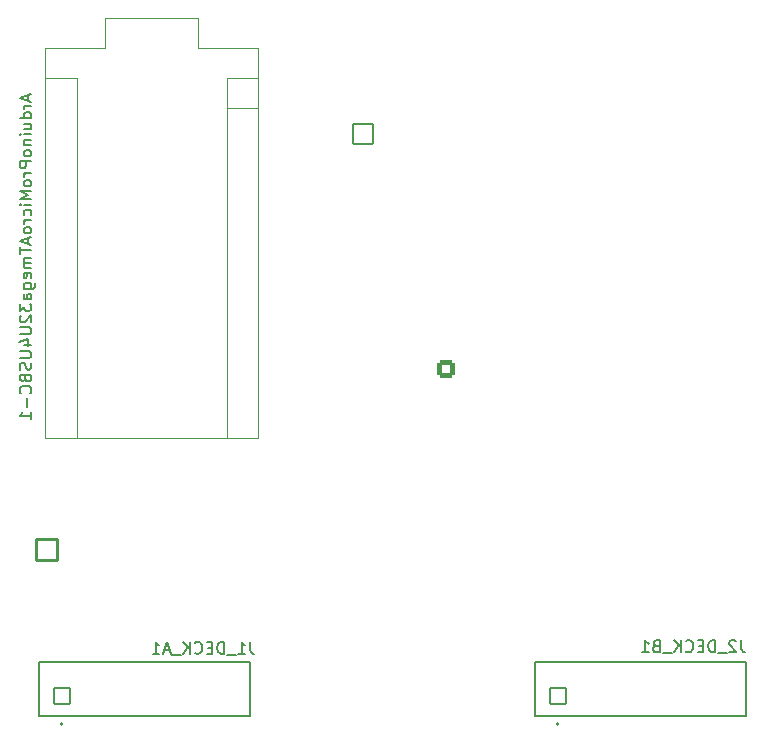
<source format=gbr>
%TF.GenerationSoftware,KiCad,Pcbnew,9.0.7*%
%TF.CreationDate,2026-01-26T22:48:02-06:00*%
%TF.ProjectId,FADETUBE_MIDI,46414445-5455-4424-955f-4d4944492e6b,rev?*%
%TF.SameCoordinates,Original*%
%TF.FileFunction,Legend,Bot*%
%TF.FilePolarity,Positive*%
%FSLAX46Y46*%
G04 Gerber Fmt 4.6, Leading zero omitted, Abs format (unit mm)*
G04 Created by KiCad (PCBNEW 9.0.7) date 2026-01-26 22:48:02*
%MOMM*%
%LPD*%
G01*
G04 APERTURE LIST*
G04 Aperture macros list*
%AMRoundRect*
0 Rectangle with rounded corners*
0 $1 Rounding radius*
0 $2 $3 $4 $5 $6 $7 $8 $9 X,Y pos of 4 corners*
0 Add a 4 corners polygon primitive as box body*
4,1,4,$2,$3,$4,$5,$6,$7,$8,$9,$2,$3,0*
0 Add four circle primitives for the rounded corners*
1,1,$1+$1,$2,$3*
1,1,$1+$1,$4,$5*
1,1,$1+$1,$6,$7*
1,1,$1+$1,$8,$9*
0 Add four rect primitives between the rounded corners*
20,1,$1+$1,$2,$3,$4,$5,0*
20,1,$1+$1,$4,$5,$6,$7,0*
20,1,$1+$1,$6,$7,$8,$9,0*
20,1,$1+$1,$8,$9,$2,$3,0*%
G04 Aperture macros list end*
%ADD10C,0.150000*%
%ADD11C,0.127000*%
%ADD12C,0.200000*%
%ADD13C,0.120000*%
%ADD14C,1.600000*%
%ADD15RoundRect,0.102000X-0.825000X-0.825000X0.825000X-0.825000X0.825000X0.825000X-0.825000X0.825000X0*%
%ADD16C,1.854000*%
%ADD17O,3.204000X6.204000*%
%ADD18C,2.200000*%
%ADD19RoundRect,0.250000X-0.550000X0.550000X-0.550000X-0.550000X0.550000X-0.550000X0.550000X0.550000X0*%
%ADD20C,1.700000*%
%ADD21RoundRect,0.102000X-0.900000X0.900000X-0.900000X-0.900000X0.900000X-0.900000X0.900000X0.900000X0*%
%ADD22C,2.004000*%
%ADD23C,2.754000*%
%ADD24RoundRect,0.102000X-0.900000X-0.900000X0.900000X-0.900000X0.900000X0.900000X-0.900000X0.900000X0*%
%ADD25RoundRect,0.102000X0.654000X0.654000X-0.654000X0.654000X-0.654000X-0.654000X0.654000X-0.654000X0*%
%ADD26C,1.512000*%
%ADD27R,1.600000X1.600000*%
%ADD28O,1.600000X1.600000*%
G04 APERTURE END LIST*
D10*
X-12047618Y-16004819D02*
X-12047618Y-16719104D01*
X-12047618Y-16719104D02*
X-11999999Y-16861961D01*
X-11999999Y-16861961D02*
X-11904761Y-16957200D01*
X-11904761Y-16957200D02*
X-11761904Y-17004819D01*
X-11761904Y-17004819D02*
X-11666666Y-17004819D01*
X-13047618Y-17004819D02*
X-12476190Y-17004819D01*
X-12761904Y-17004819D02*
X-12761904Y-16004819D01*
X-12761904Y-16004819D02*
X-12666666Y-16147676D01*
X-12666666Y-16147676D02*
X-12571428Y-16242914D01*
X-12571428Y-16242914D02*
X-12476190Y-16290533D01*
X-13238095Y-17100057D02*
X-13999999Y-17100057D01*
X-14238095Y-17004819D02*
X-14238095Y-16004819D01*
X-14238095Y-16004819D02*
X-14476190Y-16004819D01*
X-14476190Y-16004819D02*
X-14619047Y-16052438D01*
X-14619047Y-16052438D02*
X-14714285Y-16147676D01*
X-14714285Y-16147676D02*
X-14761904Y-16242914D01*
X-14761904Y-16242914D02*
X-14809523Y-16433390D01*
X-14809523Y-16433390D02*
X-14809523Y-16576247D01*
X-14809523Y-16576247D02*
X-14761904Y-16766723D01*
X-14761904Y-16766723D02*
X-14714285Y-16861961D01*
X-14714285Y-16861961D02*
X-14619047Y-16957200D01*
X-14619047Y-16957200D02*
X-14476190Y-17004819D01*
X-14476190Y-17004819D02*
X-14238095Y-17004819D01*
X-15238095Y-16481009D02*
X-15571428Y-16481009D01*
X-15714285Y-17004819D02*
X-15238095Y-17004819D01*
X-15238095Y-17004819D02*
X-15238095Y-16004819D01*
X-15238095Y-16004819D02*
X-15714285Y-16004819D01*
X-16714285Y-16909580D02*
X-16666666Y-16957200D01*
X-16666666Y-16957200D02*
X-16523809Y-17004819D01*
X-16523809Y-17004819D02*
X-16428571Y-17004819D01*
X-16428571Y-17004819D02*
X-16285714Y-16957200D01*
X-16285714Y-16957200D02*
X-16190476Y-16861961D01*
X-16190476Y-16861961D02*
X-16142857Y-16766723D01*
X-16142857Y-16766723D02*
X-16095238Y-16576247D01*
X-16095238Y-16576247D02*
X-16095238Y-16433390D01*
X-16095238Y-16433390D02*
X-16142857Y-16242914D01*
X-16142857Y-16242914D02*
X-16190476Y-16147676D01*
X-16190476Y-16147676D02*
X-16285714Y-16052438D01*
X-16285714Y-16052438D02*
X-16428571Y-16004819D01*
X-16428571Y-16004819D02*
X-16523809Y-16004819D01*
X-16523809Y-16004819D02*
X-16666666Y-16052438D01*
X-16666666Y-16052438D02*
X-16714285Y-16100057D01*
X-17142857Y-17004819D02*
X-17142857Y-16004819D01*
X-17714285Y-17004819D02*
X-17285714Y-16433390D01*
X-17714285Y-16004819D02*
X-17142857Y-16576247D01*
X-17904762Y-17100057D02*
X-18666666Y-17100057D01*
X-18857143Y-16719104D02*
X-19333333Y-16719104D01*
X-18761905Y-17004819D02*
X-19095238Y-16004819D01*
X-19095238Y-16004819D02*
X-19428571Y-17004819D01*
X-20285714Y-17004819D02*
X-19714286Y-17004819D01*
X-20000000Y-17004819D02*
X-20000000Y-16004819D01*
X-20000000Y-16004819D02*
X-19904762Y-16147676D01*
X-19904762Y-16147676D02*
X-19809524Y-16242914D01*
X-19809524Y-16242914D02*
X-19714286Y-16290533D01*
X-30830895Y30294285D02*
X-30830895Y29818095D01*
X-30545180Y30389523D02*
X-31545180Y30056190D01*
X-31545180Y30056190D02*
X-30545180Y29722857D01*
X-30545180Y29389523D02*
X-31211847Y29389523D01*
X-31021371Y29389523D02*
X-31116609Y29341904D01*
X-31116609Y29341904D02*
X-31164228Y29294285D01*
X-31164228Y29294285D02*
X-31211847Y29199047D01*
X-31211847Y29199047D02*
X-31211847Y29103809D01*
X-30545180Y28341904D02*
X-31545180Y28341904D01*
X-30592800Y28341904D02*
X-30545180Y28437142D01*
X-30545180Y28437142D02*
X-30545180Y28627618D01*
X-30545180Y28627618D02*
X-30592800Y28722856D01*
X-30592800Y28722856D02*
X-30640419Y28770475D01*
X-30640419Y28770475D02*
X-30735657Y28818094D01*
X-30735657Y28818094D02*
X-31021371Y28818094D01*
X-31021371Y28818094D02*
X-31116609Y28770475D01*
X-31116609Y28770475D02*
X-31164228Y28722856D01*
X-31164228Y28722856D02*
X-31211847Y28627618D01*
X-31211847Y28627618D02*
X-31211847Y28437142D01*
X-31211847Y28437142D02*
X-31164228Y28341904D01*
X-31211847Y27437142D02*
X-30545180Y27437142D01*
X-31211847Y27865713D02*
X-30688038Y27865713D01*
X-30688038Y27865713D02*
X-30592800Y27818094D01*
X-30592800Y27818094D02*
X-30545180Y27722856D01*
X-30545180Y27722856D02*
X-30545180Y27579999D01*
X-30545180Y27579999D02*
X-30592800Y27484761D01*
X-30592800Y27484761D02*
X-30640419Y27437142D01*
X-30545180Y26960951D02*
X-31211847Y26960951D01*
X-31545180Y26960951D02*
X-31497561Y27008570D01*
X-31497561Y27008570D02*
X-31449942Y26960951D01*
X-31449942Y26960951D02*
X-31497561Y26913332D01*
X-31497561Y26913332D02*
X-31545180Y26960951D01*
X-31545180Y26960951D02*
X-31449942Y26960951D01*
X-31211847Y26484761D02*
X-30545180Y26484761D01*
X-31116609Y26484761D02*
X-31164228Y26437142D01*
X-31164228Y26437142D02*
X-31211847Y26341904D01*
X-31211847Y26341904D02*
X-31211847Y26199047D01*
X-31211847Y26199047D02*
X-31164228Y26103809D01*
X-31164228Y26103809D02*
X-31068990Y26056190D01*
X-31068990Y26056190D02*
X-30545180Y26056190D01*
X-30545180Y25437142D02*
X-30592800Y25532380D01*
X-30592800Y25532380D02*
X-30640419Y25579999D01*
X-30640419Y25579999D02*
X-30735657Y25627618D01*
X-30735657Y25627618D02*
X-31021371Y25627618D01*
X-31021371Y25627618D02*
X-31116609Y25579999D01*
X-31116609Y25579999D02*
X-31164228Y25532380D01*
X-31164228Y25532380D02*
X-31211847Y25437142D01*
X-31211847Y25437142D02*
X-31211847Y25294285D01*
X-31211847Y25294285D02*
X-31164228Y25199047D01*
X-31164228Y25199047D02*
X-31116609Y25151428D01*
X-31116609Y25151428D02*
X-31021371Y25103809D01*
X-31021371Y25103809D02*
X-30735657Y25103809D01*
X-30735657Y25103809D02*
X-30640419Y25151428D01*
X-30640419Y25151428D02*
X-30592800Y25199047D01*
X-30592800Y25199047D02*
X-30545180Y25294285D01*
X-30545180Y25294285D02*
X-30545180Y25437142D01*
X-30545180Y24675237D02*
X-31545180Y24675237D01*
X-31545180Y24675237D02*
X-31545180Y24294285D01*
X-31545180Y24294285D02*
X-31497561Y24199047D01*
X-31497561Y24199047D02*
X-31449942Y24151428D01*
X-31449942Y24151428D02*
X-31354704Y24103809D01*
X-31354704Y24103809D02*
X-31211847Y24103809D01*
X-31211847Y24103809D02*
X-31116609Y24151428D01*
X-31116609Y24151428D02*
X-31068990Y24199047D01*
X-31068990Y24199047D02*
X-31021371Y24294285D01*
X-31021371Y24294285D02*
X-31021371Y24675237D01*
X-30545180Y23675237D02*
X-31211847Y23675237D01*
X-31021371Y23675237D02*
X-31116609Y23627618D01*
X-31116609Y23627618D02*
X-31164228Y23579999D01*
X-31164228Y23579999D02*
X-31211847Y23484761D01*
X-31211847Y23484761D02*
X-31211847Y23389523D01*
X-30545180Y22913332D02*
X-30592800Y23008570D01*
X-30592800Y23008570D02*
X-30640419Y23056189D01*
X-30640419Y23056189D02*
X-30735657Y23103808D01*
X-30735657Y23103808D02*
X-31021371Y23103808D01*
X-31021371Y23103808D02*
X-31116609Y23056189D01*
X-31116609Y23056189D02*
X-31164228Y23008570D01*
X-31164228Y23008570D02*
X-31211847Y22913332D01*
X-31211847Y22913332D02*
X-31211847Y22770475D01*
X-31211847Y22770475D02*
X-31164228Y22675237D01*
X-31164228Y22675237D02*
X-31116609Y22627618D01*
X-31116609Y22627618D02*
X-31021371Y22579999D01*
X-31021371Y22579999D02*
X-30735657Y22579999D01*
X-30735657Y22579999D02*
X-30640419Y22627618D01*
X-30640419Y22627618D02*
X-30592800Y22675237D01*
X-30592800Y22675237D02*
X-30545180Y22770475D01*
X-30545180Y22770475D02*
X-30545180Y22913332D01*
X-30545180Y22151427D02*
X-31545180Y22151427D01*
X-31545180Y22151427D02*
X-30830895Y21818094D01*
X-30830895Y21818094D02*
X-31545180Y21484761D01*
X-31545180Y21484761D02*
X-30545180Y21484761D01*
X-30545180Y21008570D02*
X-31211847Y21008570D01*
X-31545180Y21008570D02*
X-31497561Y21056189D01*
X-31497561Y21056189D02*
X-31449942Y21008570D01*
X-31449942Y21008570D02*
X-31497561Y20960951D01*
X-31497561Y20960951D02*
X-31545180Y21008570D01*
X-31545180Y21008570D02*
X-31449942Y21008570D01*
X-30592800Y20103809D02*
X-30545180Y20199047D01*
X-30545180Y20199047D02*
X-30545180Y20389523D01*
X-30545180Y20389523D02*
X-30592800Y20484761D01*
X-30592800Y20484761D02*
X-30640419Y20532380D01*
X-30640419Y20532380D02*
X-30735657Y20579999D01*
X-30735657Y20579999D02*
X-31021371Y20579999D01*
X-31021371Y20579999D02*
X-31116609Y20532380D01*
X-31116609Y20532380D02*
X-31164228Y20484761D01*
X-31164228Y20484761D02*
X-31211847Y20389523D01*
X-31211847Y20389523D02*
X-31211847Y20199047D01*
X-31211847Y20199047D02*
X-31164228Y20103809D01*
X-30545180Y19675237D02*
X-31211847Y19675237D01*
X-31021371Y19675237D02*
X-31116609Y19627618D01*
X-31116609Y19627618D02*
X-31164228Y19579999D01*
X-31164228Y19579999D02*
X-31211847Y19484761D01*
X-31211847Y19484761D02*
X-31211847Y19389523D01*
X-30545180Y18913332D02*
X-30592800Y19008570D01*
X-30592800Y19008570D02*
X-30640419Y19056189D01*
X-30640419Y19056189D02*
X-30735657Y19103808D01*
X-30735657Y19103808D02*
X-31021371Y19103808D01*
X-31021371Y19103808D02*
X-31116609Y19056189D01*
X-31116609Y19056189D02*
X-31164228Y19008570D01*
X-31164228Y19008570D02*
X-31211847Y18913332D01*
X-31211847Y18913332D02*
X-31211847Y18770475D01*
X-31211847Y18770475D02*
X-31164228Y18675237D01*
X-31164228Y18675237D02*
X-31116609Y18627618D01*
X-31116609Y18627618D02*
X-31021371Y18579999D01*
X-31021371Y18579999D02*
X-30735657Y18579999D01*
X-30735657Y18579999D02*
X-30640419Y18627618D01*
X-30640419Y18627618D02*
X-30592800Y18675237D01*
X-30592800Y18675237D02*
X-30545180Y18770475D01*
X-30545180Y18770475D02*
X-30545180Y18913332D01*
X-30830895Y18199046D02*
X-30830895Y17722856D01*
X-30545180Y18294284D02*
X-31545180Y17960951D01*
X-31545180Y17960951D02*
X-30545180Y17627618D01*
X-31545180Y17437141D02*
X-31545180Y16865713D01*
X-30545180Y17151427D02*
X-31545180Y17151427D01*
X-30545180Y16532379D02*
X-31211847Y16532379D01*
X-31116609Y16532379D02*
X-31164228Y16484760D01*
X-31164228Y16484760D02*
X-31211847Y16389522D01*
X-31211847Y16389522D02*
X-31211847Y16246665D01*
X-31211847Y16246665D02*
X-31164228Y16151427D01*
X-31164228Y16151427D02*
X-31068990Y16103808D01*
X-31068990Y16103808D02*
X-30545180Y16103808D01*
X-31068990Y16103808D02*
X-31164228Y16056189D01*
X-31164228Y16056189D02*
X-31211847Y15960951D01*
X-31211847Y15960951D02*
X-31211847Y15818094D01*
X-31211847Y15818094D02*
X-31164228Y15722855D01*
X-31164228Y15722855D02*
X-31068990Y15675236D01*
X-31068990Y15675236D02*
X-30545180Y15675236D01*
X-30592800Y14818094D02*
X-30545180Y14913332D01*
X-30545180Y14913332D02*
X-30545180Y15103808D01*
X-30545180Y15103808D02*
X-30592800Y15199046D01*
X-30592800Y15199046D02*
X-30688038Y15246665D01*
X-30688038Y15246665D02*
X-31068990Y15246665D01*
X-31068990Y15246665D02*
X-31164228Y15199046D01*
X-31164228Y15199046D02*
X-31211847Y15103808D01*
X-31211847Y15103808D02*
X-31211847Y14913332D01*
X-31211847Y14913332D02*
X-31164228Y14818094D01*
X-31164228Y14818094D02*
X-31068990Y14770475D01*
X-31068990Y14770475D02*
X-30973752Y14770475D01*
X-30973752Y14770475D02*
X-30878514Y15246665D01*
X-31211847Y13913332D02*
X-30402323Y13913332D01*
X-30402323Y13913332D02*
X-30307085Y13960951D01*
X-30307085Y13960951D02*
X-30259466Y14008570D01*
X-30259466Y14008570D02*
X-30211847Y14103808D01*
X-30211847Y14103808D02*
X-30211847Y14246665D01*
X-30211847Y14246665D02*
X-30259466Y14341903D01*
X-30592800Y13913332D02*
X-30545180Y14008570D01*
X-30545180Y14008570D02*
X-30545180Y14199046D01*
X-30545180Y14199046D02*
X-30592800Y14294284D01*
X-30592800Y14294284D02*
X-30640419Y14341903D01*
X-30640419Y14341903D02*
X-30735657Y14389522D01*
X-30735657Y14389522D02*
X-31021371Y14389522D01*
X-31021371Y14389522D02*
X-31116609Y14341903D01*
X-31116609Y14341903D02*
X-31164228Y14294284D01*
X-31164228Y14294284D02*
X-31211847Y14199046D01*
X-31211847Y14199046D02*
X-31211847Y14008570D01*
X-31211847Y14008570D02*
X-31164228Y13913332D01*
X-30545180Y13008570D02*
X-31068990Y13008570D01*
X-31068990Y13008570D02*
X-31164228Y13056189D01*
X-31164228Y13056189D02*
X-31211847Y13151427D01*
X-31211847Y13151427D02*
X-31211847Y13341903D01*
X-31211847Y13341903D02*
X-31164228Y13437141D01*
X-30592800Y13008570D02*
X-30545180Y13103808D01*
X-30545180Y13103808D02*
X-30545180Y13341903D01*
X-30545180Y13341903D02*
X-30592800Y13437141D01*
X-30592800Y13437141D02*
X-30688038Y13484760D01*
X-30688038Y13484760D02*
X-30783276Y13484760D01*
X-30783276Y13484760D02*
X-30878514Y13437141D01*
X-30878514Y13437141D02*
X-30926133Y13341903D01*
X-30926133Y13341903D02*
X-30926133Y13103808D01*
X-30926133Y13103808D02*
X-30973752Y13008570D01*
X-31545180Y12627617D02*
X-31545180Y12008570D01*
X-31545180Y12008570D02*
X-31164228Y12341903D01*
X-31164228Y12341903D02*
X-31164228Y12199046D01*
X-31164228Y12199046D02*
X-31116609Y12103808D01*
X-31116609Y12103808D02*
X-31068990Y12056189D01*
X-31068990Y12056189D02*
X-30973752Y12008570D01*
X-30973752Y12008570D02*
X-30735657Y12008570D01*
X-30735657Y12008570D02*
X-30640419Y12056189D01*
X-30640419Y12056189D02*
X-30592800Y12103808D01*
X-30592800Y12103808D02*
X-30545180Y12199046D01*
X-30545180Y12199046D02*
X-30545180Y12484760D01*
X-30545180Y12484760D02*
X-30592800Y12579998D01*
X-30592800Y12579998D02*
X-30640419Y12627617D01*
X-31449942Y11627617D02*
X-31497561Y11579998D01*
X-31497561Y11579998D02*
X-31545180Y11484760D01*
X-31545180Y11484760D02*
X-31545180Y11246665D01*
X-31545180Y11246665D02*
X-31497561Y11151427D01*
X-31497561Y11151427D02*
X-31449942Y11103808D01*
X-31449942Y11103808D02*
X-31354704Y11056189D01*
X-31354704Y11056189D02*
X-31259466Y11056189D01*
X-31259466Y11056189D02*
X-31116609Y11103808D01*
X-31116609Y11103808D02*
X-30545180Y11675236D01*
X-30545180Y11675236D02*
X-30545180Y11056189D01*
X-31545180Y10627617D02*
X-30735657Y10627617D01*
X-30735657Y10627617D02*
X-30640419Y10579998D01*
X-30640419Y10579998D02*
X-30592800Y10532379D01*
X-30592800Y10532379D02*
X-30545180Y10437141D01*
X-30545180Y10437141D02*
X-30545180Y10246665D01*
X-30545180Y10246665D02*
X-30592800Y10151427D01*
X-30592800Y10151427D02*
X-30640419Y10103808D01*
X-30640419Y10103808D02*
X-30735657Y10056189D01*
X-30735657Y10056189D02*
X-31545180Y10056189D01*
X-31211847Y9151427D02*
X-30545180Y9151427D01*
X-31592800Y9389522D02*
X-30878514Y9627617D01*
X-30878514Y9627617D02*
X-30878514Y9008570D01*
X-31545180Y8627617D02*
X-30735657Y8627617D01*
X-30735657Y8627617D02*
X-30640419Y8579998D01*
X-30640419Y8579998D02*
X-30592800Y8532379D01*
X-30592800Y8532379D02*
X-30545180Y8437141D01*
X-30545180Y8437141D02*
X-30545180Y8246665D01*
X-30545180Y8246665D02*
X-30592800Y8151427D01*
X-30592800Y8151427D02*
X-30640419Y8103808D01*
X-30640419Y8103808D02*
X-30735657Y8056189D01*
X-30735657Y8056189D02*
X-31545180Y8056189D01*
X-30592800Y7627617D02*
X-30545180Y7484760D01*
X-30545180Y7484760D02*
X-30545180Y7246665D01*
X-30545180Y7246665D02*
X-30592800Y7151427D01*
X-30592800Y7151427D02*
X-30640419Y7103808D01*
X-30640419Y7103808D02*
X-30735657Y7056189D01*
X-30735657Y7056189D02*
X-30830895Y7056189D01*
X-30830895Y7056189D02*
X-30926133Y7103808D01*
X-30926133Y7103808D02*
X-30973752Y7151427D01*
X-30973752Y7151427D02*
X-31021371Y7246665D01*
X-31021371Y7246665D02*
X-31068990Y7437141D01*
X-31068990Y7437141D02*
X-31116609Y7532379D01*
X-31116609Y7532379D02*
X-31164228Y7579998D01*
X-31164228Y7579998D02*
X-31259466Y7627617D01*
X-31259466Y7627617D02*
X-31354704Y7627617D01*
X-31354704Y7627617D02*
X-31449942Y7579998D01*
X-31449942Y7579998D02*
X-31497561Y7532379D01*
X-31497561Y7532379D02*
X-31545180Y7437141D01*
X-31545180Y7437141D02*
X-31545180Y7199046D01*
X-31545180Y7199046D02*
X-31497561Y7056189D01*
X-31068990Y6294284D02*
X-31021371Y6151427D01*
X-31021371Y6151427D02*
X-30973752Y6103808D01*
X-30973752Y6103808D02*
X-30878514Y6056189D01*
X-30878514Y6056189D02*
X-30735657Y6056189D01*
X-30735657Y6056189D02*
X-30640419Y6103808D01*
X-30640419Y6103808D02*
X-30592800Y6151427D01*
X-30592800Y6151427D02*
X-30545180Y6246665D01*
X-30545180Y6246665D02*
X-30545180Y6627617D01*
X-30545180Y6627617D02*
X-31545180Y6627617D01*
X-31545180Y6627617D02*
X-31545180Y6294284D01*
X-31545180Y6294284D02*
X-31497561Y6199046D01*
X-31497561Y6199046D02*
X-31449942Y6151427D01*
X-31449942Y6151427D02*
X-31354704Y6103808D01*
X-31354704Y6103808D02*
X-31259466Y6103808D01*
X-31259466Y6103808D02*
X-31164228Y6151427D01*
X-31164228Y6151427D02*
X-31116609Y6199046D01*
X-31116609Y6199046D02*
X-31068990Y6294284D01*
X-31068990Y6294284D02*
X-31068990Y6627617D01*
X-30640419Y5056189D02*
X-30592800Y5103808D01*
X-30592800Y5103808D02*
X-30545180Y5246665D01*
X-30545180Y5246665D02*
X-30545180Y5341903D01*
X-30545180Y5341903D02*
X-30592800Y5484760D01*
X-30592800Y5484760D02*
X-30688038Y5579998D01*
X-30688038Y5579998D02*
X-30783276Y5627617D01*
X-30783276Y5627617D02*
X-30973752Y5675236D01*
X-30973752Y5675236D02*
X-31116609Y5675236D01*
X-31116609Y5675236D02*
X-31307085Y5627617D01*
X-31307085Y5627617D02*
X-31402323Y5579998D01*
X-31402323Y5579998D02*
X-31497561Y5484760D01*
X-31497561Y5484760D02*
X-31545180Y5341903D01*
X-31545180Y5341903D02*
X-31545180Y5246665D01*
X-31545180Y5246665D02*
X-31497561Y5103808D01*
X-31497561Y5103808D02*
X-31449942Y5056189D01*
X-30926133Y4627617D02*
X-30926133Y3865713D01*
X-30545180Y2865713D02*
X-30545180Y3437141D01*
X-30545180Y3151427D02*
X-31545180Y3151427D01*
X-31545180Y3151427D02*
X-31402323Y3246665D01*
X-31402323Y3246665D02*
X-31307085Y3341903D01*
X-31307085Y3341903D02*
X-31259466Y3437141D01*
X29523809Y-15869819D02*
X29523809Y-16584104D01*
X29523809Y-16584104D02*
X29571428Y-16726961D01*
X29571428Y-16726961D02*
X29666666Y-16822200D01*
X29666666Y-16822200D02*
X29809523Y-16869819D01*
X29809523Y-16869819D02*
X29904761Y-16869819D01*
X29095237Y-15965057D02*
X29047618Y-15917438D01*
X29047618Y-15917438D02*
X28952380Y-15869819D01*
X28952380Y-15869819D02*
X28714285Y-15869819D01*
X28714285Y-15869819D02*
X28619047Y-15917438D01*
X28619047Y-15917438D02*
X28571428Y-15965057D01*
X28571428Y-15965057D02*
X28523809Y-16060295D01*
X28523809Y-16060295D02*
X28523809Y-16155533D01*
X28523809Y-16155533D02*
X28571428Y-16298390D01*
X28571428Y-16298390D02*
X29142856Y-16869819D01*
X29142856Y-16869819D02*
X28523809Y-16869819D01*
X28333333Y-16965057D02*
X27571428Y-16965057D01*
X27333332Y-16869819D02*
X27333332Y-15869819D01*
X27333332Y-15869819D02*
X27095237Y-15869819D01*
X27095237Y-15869819D02*
X26952380Y-15917438D01*
X26952380Y-15917438D02*
X26857142Y-16012676D01*
X26857142Y-16012676D02*
X26809523Y-16107914D01*
X26809523Y-16107914D02*
X26761904Y-16298390D01*
X26761904Y-16298390D02*
X26761904Y-16441247D01*
X26761904Y-16441247D02*
X26809523Y-16631723D01*
X26809523Y-16631723D02*
X26857142Y-16726961D01*
X26857142Y-16726961D02*
X26952380Y-16822200D01*
X26952380Y-16822200D02*
X27095237Y-16869819D01*
X27095237Y-16869819D02*
X27333332Y-16869819D01*
X26333332Y-16346009D02*
X25999999Y-16346009D01*
X25857142Y-16869819D02*
X26333332Y-16869819D01*
X26333332Y-16869819D02*
X26333332Y-15869819D01*
X26333332Y-15869819D02*
X25857142Y-15869819D01*
X24857142Y-16774580D02*
X24904761Y-16822200D01*
X24904761Y-16822200D02*
X25047618Y-16869819D01*
X25047618Y-16869819D02*
X25142856Y-16869819D01*
X25142856Y-16869819D02*
X25285713Y-16822200D01*
X25285713Y-16822200D02*
X25380951Y-16726961D01*
X25380951Y-16726961D02*
X25428570Y-16631723D01*
X25428570Y-16631723D02*
X25476189Y-16441247D01*
X25476189Y-16441247D02*
X25476189Y-16298390D01*
X25476189Y-16298390D02*
X25428570Y-16107914D01*
X25428570Y-16107914D02*
X25380951Y-16012676D01*
X25380951Y-16012676D02*
X25285713Y-15917438D01*
X25285713Y-15917438D02*
X25142856Y-15869819D01*
X25142856Y-15869819D02*
X25047618Y-15869819D01*
X25047618Y-15869819D02*
X24904761Y-15917438D01*
X24904761Y-15917438D02*
X24857142Y-15965057D01*
X24428570Y-16869819D02*
X24428570Y-15869819D01*
X23857142Y-16869819D02*
X24285713Y-16298390D01*
X23857142Y-15869819D02*
X24428570Y-16441247D01*
X23666666Y-16965057D02*
X22904761Y-16965057D01*
X22333332Y-16346009D02*
X22190475Y-16393628D01*
X22190475Y-16393628D02*
X22142856Y-16441247D01*
X22142856Y-16441247D02*
X22095237Y-16536485D01*
X22095237Y-16536485D02*
X22095237Y-16679342D01*
X22095237Y-16679342D02*
X22142856Y-16774580D01*
X22142856Y-16774580D02*
X22190475Y-16822200D01*
X22190475Y-16822200D02*
X22285713Y-16869819D01*
X22285713Y-16869819D02*
X22666665Y-16869819D01*
X22666665Y-16869819D02*
X22666665Y-15869819D01*
X22666665Y-15869819D02*
X22333332Y-15869819D01*
X22333332Y-15869819D02*
X22238094Y-15917438D01*
X22238094Y-15917438D02*
X22190475Y-15965057D01*
X22190475Y-15965057D02*
X22142856Y-16060295D01*
X22142856Y-16060295D02*
X22142856Y-16155533D01*
X22142856Y-16155533D02*
X22190475Y-16250771D01*
X22190475Y-16250771D02*
X22238094Y-16298390D01*
X22238094Y-16298390D02*
X22333332Y-16346009D01*
X22333332Y-16346009D02*
X22666665Y-16346009D01*
X21142856Y-16869819D02*
X21714284Y-16869819D01*
X21428570Y-16869819D02*
X21428570Y-15869819D01*
X21428570Y-15869819D02*
X21523808Y-16012676D01*
X21523808Y-16012676D02*
X21619046Y-16107914D01*
X21619046Y-16107914D02*
X21714284Y-16155533D01*
D11*
%TO.C,J1_DECK_A1*%
X-29950000Y-17750000D02*
X-29950000Y-22250000D01*
X-29950000Y-22250000D02*
X-12050000Y-22250000D01*
X-12050000Y-17750000D02*
X-29950000Y-17750000D01*
X-12050000Y-22250000D02*
X-12050000Y-17750000D01*
D12*
X-27900000Y-22950000D02*
G75*
G02*
X-28100000Y-22950000I-100000J0D01*
G01*
X-28100000Y-22950000D02*
G75*
G02*
X-27900000Y-22950000I100000J0D01*
G01*
D13*
%TO.C,ArduinoProMicroATmega32U4USBC-1*%
X-29397000Y34250000D02*
X-24317000Y34250000D01*
X-29397000Y1230000D02*
X-29397000Y34250000D01*
X-26730000Y31710000D02*
X-29400000Y31710000D01*
X-26730000Y3770000D02*
X-26730000Y31710000D01*
X-26730000Y3770000D02*
X-26730000Y1230000D01*
X-26730000Y1230000D02*
X-29397000Y1230000D01*
X-24317000Y36790000D02*
X-24317000Y34250000D01*
X-24317000Y36790000D02*
X-16443000Y36790000D01*
X-16443000Y36790000D02*
X-16443000Y34250000D01*
X-16443000Y34250000D02*
X-11363000Y34250000D01*
X-14030000Y31710000D02*
X-11360000Y31710000D01*
X-14030000Y29170000D02*
X-11360000Y29170000D01*
X-14030000Y1230000D02*
X-14030000Y31710000D01*
X-14030000Y1230000D02*
X-11360000Y1230000D01*
X-11363000Y34250000D02*
X-11360000Y1230000D01*
X-11363000Y1230000D02*
X-26730000Y1230000D01*
D11*
%TO.C,J2_DECK_B1*%
X12050000Y-17750000D02*
X12050000Y-22250000D01*
X12050000Y-22250000D02*
X29950000Y-22250000D01*
X29950000Y-17750000D02*
X12050000Y-17750000D01*
X29950000Y-22250000D02*
X29950000Y-17750000D01*
D12*
X14100000Y-22950000D02*
G75*
G02*
X13900000Y-22950000I-100000J0D01*
G01*
X13900000Y-22950000D02*
G75*
G02*
X14100000Y-22950000I100000J0D01*
G01*
%TD*%
%LPC*%
D14*
%TO.C,C1*%
X-4630000Y4980000D03*
X-4630000Y7480000D03*
%TD*%
D15*
%TO.C,ROTARY_ENCODER_BTN1*%
X-2500000Y27000000D03*
D16*
X2500000Y27000000D03*
X-2500000Y12500000D03*
X2500000Y12500000D03*
X0Y12500000D03*
D17*
X-5700000Y20000000D03*
X5700000Y20000000D03*
%TD*%
D18*
%TO.C,H3*%
X-28000000Y-31500000D03*
%TD*%
D19*
%TO.C,C2*%
X4580000Y7135100D03*
D14*
X4580000Y5135100D03*
%TD*%
D20*
%TO.C,BTN_B_LOOP_IN1*%
X36000000Y30000000D03*
X42500000Y30000000D03*
X36000000Y25500000D03*
X42500000Y25500000D03*
%TD*%
D21*
%TO.C,FADER_TEMPO_A1*%
X79750000Y31250000D03*
D22*
X76250000Y31250000D03*
X79750000Y-27250000D03*
D23*
X82250000Y25900000D03*
X73750000Y27100000D03*
X82250000Y-21900000D03*
X73750000Y-23100000D03*
%TD*%
D14*
%TO.C,R_PLAY_A1*%
X-8100000Y-24990000D03*
X-8100000Y-17370000D03*
%TD*%
D24*
%TO.C,FADER_CROSSFADER1*%
X-29250000Y-8250000D03*
D22*
X-29250000Y-11750000D03*
X29250000Y-8250000D03*
D23*
X-23900000Y-5750000D03*
X-25100000Y-14250000D03*
X23900000Y-5750000D03*
X25100000Y-14250000D03*
%TD*%
D18*
%TO.C,H6*%
X63000000Y31500000D03*
%TD*%
%TO.C,H5*%
X87000000Y0D03*
%TD*%
%TO.C,H1*%
X0Y0D03*
%TD*%
D20*
%TO.C,BTN_A_LOOP_IN1*%
X-54000000Y30000000D03*
X-47500000Y30000000D03*
X-54000000Y25500000D03*
X-47500000Y25500000D03*
%TD*%
D14*
%TO.C,R_LOAD_A1*%
X-2100000Y-25140000D03*
X-2100000Y-17520000D03*
%TD*%
D20*
%TO.C,BTN_B_LOOP_OUT1*%
X48000000Y30000000D03*
X54500000Y30000000D03*
X48000000Y25500000D03*
X54500000Y25500000D03*
%TD*%
D18*
%TO.C,H9*%
X-63000000Y-31500000D03*
%TD*%
%TO.C,H7*%
X-63000000Y31500000D03*
%TD*%
D20*
%TO.C,BTN_A_LOOP_OUT1*%
X-42000000Y30000000D03*
X-35500000Y30000000D03*
X-42000000Y25500000D03*
X-35500000Y25500000D03*
%TD*%
D14*
%TO.C,R_LOAD_B1*%
X3900000Y-25140000D03*
X3900000Y-17520000D03*
%TD*%
%TO.C,R_PLAY_B1*%
X8400000Y-25140000D03*
X8400000Y-17520000D03*
%TD*%
D18*
%TO.C,H4*%
X63000000Y-31500000D03*
%TD*%
%TO.C,H2*%
X28000000Y31500000D03*
%TD*%
%TO.C,H8*%
X-87000000Y0D03*
%TD*%
D21*
%TO.C,FADER_TEMPO_B1*%
X-76250000Y31250000D03*
D22*
X-79750000Y31250000D03*
X-76250000Y-27250000D03*
D23*
X-73750000Y25900000D03*
X-82250000Y27100000D03*
X-73750000Y-21900000D03*
X-82250000Y-23100000D03*
%TD*%
D25*
%TO.C,J1_DECK_A1*%
X-28000000Y-20550000D03*
D26*
X-26000000Y-20550000D03*
X-24000000Y-20550000D03*
X-22000000Y-20550000D03*
X-20000000Y-20550000D03*
X-18000000Y-20550000D03*
X-16000000Y-20550000D03*
X-14000000Y-20550000D03*
%TD*%
D27*
%TO.C,ArduinoProMicroATmega32U4USBC-1*%
X-12760000Y30440000D03*
D28*
X-12760000Y27900000D03*
X-12760000Y25360000D03*
X-12760000Y22820000D03*
X-12760000Y20280000D03*
X-12760000Y17740000D03*
X-12760000Y15200000D03*
X-12760000Y12660000D03*
X-12760000Y10120000D03*
X-12760000Y7580000D03*
X-12760000Y5040000D03*
X-12760000Y2500000D03*
X-28000000Y2500000D03*
X-28000000Y5040000D03*
X-28000000Y7580000D03*
X-28000000Y10120000D03*
X-28000000Y12660000D03*
X-28000000Y15200000D03*
X-28000000Y17740000D03*
X-28000000Y20280000D03*
X-28000000Y22820000D03*
X-28000000Y25360000D03*
X-28000000Y27900000D03*
X-28000000Y30440000D03*
%TD*%
D25*
%TO.C,J2_DECK_B1*%
X14000000Y-20550000D03*
D26*
X16000000Y-20550000D03*
X18000000Y-20550000D03*
X20000000Y-20550000D03*
X22000000Y-20550000D03*
X24000000Y-20550000D03*
X26000000Y-20550000D03*
X28000000Y-20550000D03*
%TD*%
%LPD*%
M02*

</source>
